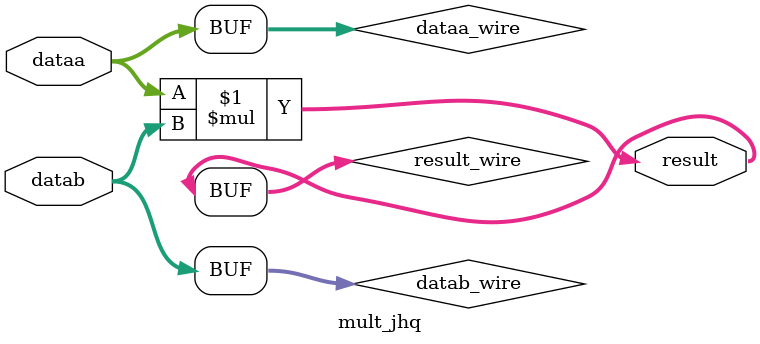
<source format=v>






//synthesis_resources = 
//synopsys translate_off
`timescale 1 ps / 1 ps
//synopsys translate_on
module  mult_jhq
	( 
	dataa,
	datab,
	result) /* synthesis synthesis_clearbox=1 */;
	input   [7:0]  dataa;
	input   [7:0]  datab;
	output   [15:0]  result;

	wire signed	[7:0]    dataa_wire;
	wire signed	[7:0]    datab_wire;
	wire signed	[15:0]    result_wire;



	assign dataa_wire = dataa;
	assign datab_wire = datab;
	assign result_wire = dataa_wire * datab_wire;
	assign result = ({result_wire[15:0]});

endmodule //mult_jhq
//VALID FILE

</source>
